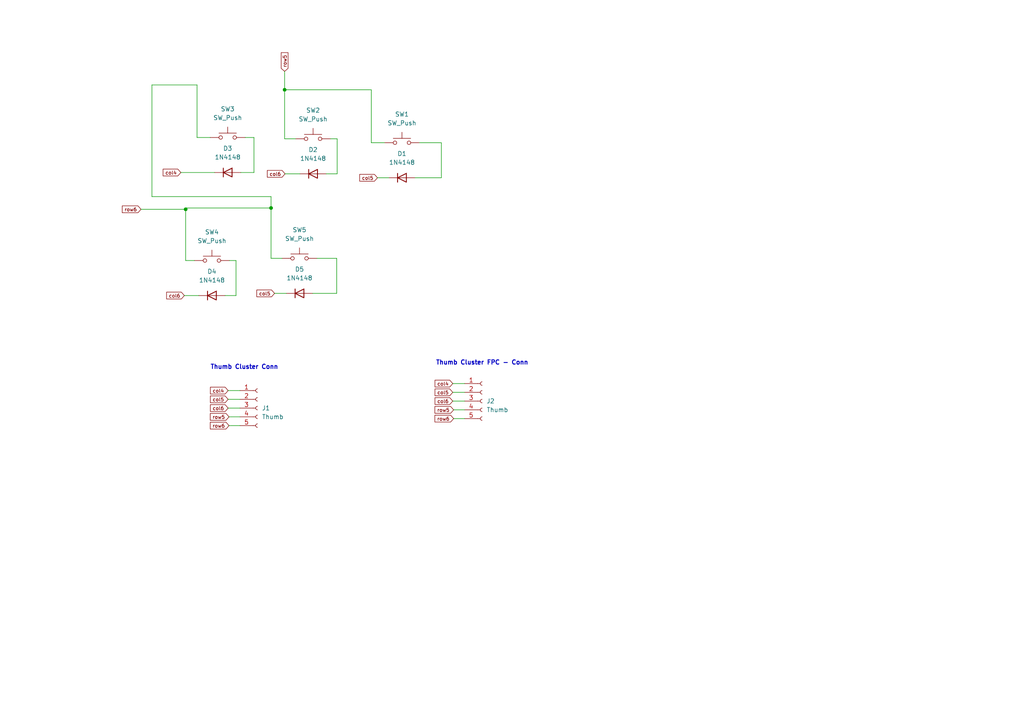
<source format=kicad_sch>
(kicad_sch (version 20230121) (generator eeschema)
  (paper "A4")
  (lib_symbols
    (symbol "Connector:Conn_01x05_Female" (pin_names (offset 1.016) hide)
      (property "Reference" "J" (at 0 7.62 0))
      (property "Value" "Conn_01x05_Female" (at 0 -7.62 0))
      (symbol "Conn_01x05_Female_1_1"
        (arc (start 0 -4.572) (mid -0.5058 -5.08) (end 0 -5.588) (stroke (width 0.1524)))
        (arc (start 0 -2.032) (mid -0.5058 -2.54) (end 0 -3.048) (stroke (width 0.1524)))
        (polyline (pts (xy -1.27 -5.08) (xy -0.508 -5.08)) (stroke (width 0.1524)))
        (polyline (pts (xy -1.27 -2.54) (xy -0.508 -2.54)) (stroke (width 0.1524)))
        (polyline (pts (xy -1.27 0) (xy -0.508 0)) (stroke (width 0.1524)))
        (polyline (pts (xy -1.27 2.54) (xy -0.508 2.54)) (stroke (width 0.1524)))
        (polyline (pts (xy -1.27 5.08) (xy -0.508 5.08)) (stroke (width 0.1524)))
        (arc (start 0 0.508) (mid -0.5058 0) (end 0 -0.508) (stroke (width 0.1524)))
        (arc (start 0 3.048) (mid -0.5058 2.54) (end 0 2.032) (stroke (width 0.1524)))
        (arc (start 0 5.588) (mid -0.5058 5.08) (end 0 4.572) (stroke (width 0.1524)))
        (pin passive line (at -5.08 5.08 0) (length 3.81) (name "Pin_1") (number "1"))
        (pin passive line (at -5.08 2.54 0) (length 3.81) (name "Pin_2") (number "2"))
        (pin passive line (at -5.08 0 0) (length 3.81) (name "Pin_3") (number "3"))
        (pin passive line (at -5.08 -2.54 0) (length 3.81) (name "Pin_4") (number "4"))
        (pin passive line (at -5.08 -5.08 0) (length 3.81) (name "Pin_5") (number "5"))
      )
    )
    (symbol "Diode:1N4148" (pin_numbers hide) (pin_names hide)
      (property "Reference" "D" (at 0 2.54 0))
      (property "Value" "1N4148" (at 0 -2.54 0))
      (symbol "1N4148_0_1"
        (polyline (pts (xy -1.27 1.27) (xy -1.27 -1.27)) (stroke (width 0.254)))
        (polyline (pts (xy 1.27 0) (xy -1.27 0)))
        (polyline (pts (xy 1.27 1.27) (xy 1.27 -1.27) (xy -1.27 0) (xy 1.27 1.27)) (stroke (width 0.254)))
      )
      (symbol "1N4148_1_1"
        (pin passive line (at -3.81 0 0) (length 2.54) (name "K") (number "1"))
        (pin passive line (at 3.81 0 180) (length 2.54) (name "A") (number "2"))
      )
    )
    (symbol "Switch:SW_Push" (pin_numbers hide) (pin_names (offset 1.016) hide)
      (property "Reference" "SW" (at 1.27 2.54 0))
      (property "Value" "SW_Push" (at 0 -1.524 0))
      (symbol "SW_Push_0_1"
        (circle (center -2.032 0) (radius 0.508))
        (polyline (pts (xy 0 1.27) (xy 0 3.048)))
        (polyline (pts (xy 2.54 1.27) (xy -2.54 1.27)))
        (circle (center 2.032 0) (radius 0.508))
        (pin passive line (at -5.08 0 0) (length 2.54) (name "1") (number "1"))
        (pin passive line (at 5.08 0 180) (length 2.54) (name "2") (number "2"))
      )
    )
  )
  (junction (at 53.848 60.706))
  (junction (at 78.613 60.325))
  (junction (at 82.55 26.035))
  (wire (pts (xy 53.848 60.325) (xy 78.613 60.325)))
  (wire (pts (xy 66.167 113.284) (xy 69.596 113.284)))
  (wire (pts (xy 57.15 39.878) (xy 57.15 24.638)))
  (wire (pts (xy 131.572 121.412) (xy 134.747 121.412)))
  (wire (pts (xy 53.848 60.325) (xy 53.848 60.706)))
  (wire (pts (xy 71.12 39.878) (xy 73.66 39.878)))
  (wire (pts (xy 131.318 113.792) (xy 134.747 113.792)))
  (wire (pts (xy 68.453 85.725) (xy 65.278 85.725)))
  (wire (pts (xy 79.629 85.09) (xy 83.058 85.09)))
  (wire (pts (xy 121.666 41.402) (xy 128.016 41.402)))
  (wire (pts (xy 53.467 85.725) (xy 57.658 85.725)))
  (wire (pts (xy 131.572 118.872) (xy 134.747 118.872)))
  (wire (pts (xy 131.318 116.332) (xy 134.747 116.332)))
  (wire (pts (xy 128.016 41.402) (xy 128.016 51.562)))
  (wire (pts (xy 81.788 74.93) (xy 78.613 74.93)))
  (wire (pts (xy 97.663 85.09) (xy 90.678 85.09)))
  (wire (pts (xy 109.474 51.562) (xy 112.776 51.562)))
  (wire (pts (xy 73.66 50.038) (xy 69.85 50.038)))
  (wire (pts (xy 78.613 60.325) (xy 78.613 74.93)))
  (wire (pts (xy 57.15 24.638) (xy 44.069 24.638)))
  (wire (pts (xy 82.55 26.035) (xy 82.55 40.259)))
  (wire (pts (xy 107.696 26.035) (xy 107.696 41.402)))
  (wire (pts (xy 131.318 111.252) (xy 134.747 111.252)))
  (wire (pts (xy 97.663 74.93) (xy 97.663 85.09)))
  (wire (pts (xy 91.948 74.93) (xy 97.663 74.93)))
  (wire (pts (xy 66.421 120.904) (xy 69.596 120.904)))
  (wire (pts (xy 66.167 115.824) (xy 69.596 115.824)))
  (wire (pts (xy 111.506 41.402) (xy 107.696 41.402)))
  (wire (pts (xy 60.96 39.878) (xy 57.15 39.878)))
  (wire (pts (xy 107.696 26.035) (xy 82.55 26.035)))
  (wire (pts (xy 73.66 39.878) (xy 73.66 50.038)))
  (wire (pts (xy 85.725 40.259) (xy 82.55 40.259)))
  (wire (pts (xy 52.451 50.038) (xy 62.23 50.038)))
  (wire (pts (xy 40.894 60.706) (xy 53.848 60.706)))
  (wire (pts (xy 82.55 20.701) (xy 82.55 26.035)))
  (wire (pts (xy 128.016 51.562) (xy 120.396 51.562)))
  (wire (pts (xy 95.885 40.259) (xy 97.79 40.259)))
  (wire (pts (xy 66.167 118.364) (xy 69.596 118.364)))
  (wire (pts (xy 66.548 75.565) (xy 68.453 75.565)))
  (wire (pts (xy 68.453 75.565) (xy 68.453 85.725)))
  (wire (pts (xy 66.421 123.444) (xy 69.596 123.444)))
  (wire (pts (xy 53.848 60.706) (xy 53.848 75.565)))
  (wire (pts (xy 78.613 57.023) (xy 78.613 60.325)))
  (wire (pts (xy 82.677 50.419) (xy 86.995 50.419)))
  (wire (pts (xy 56.388 75.565) (xy 53.848 75.565)))
  (wire (pts (xy 97.79 50.419) (xy 94.615 50.419)))
  (wire (pts (xy 44.069 24.638) (xy 44.069 57.023)))
  (wire (pts (xy 97.79 40.259) (xy 97.79 50.419)))
  (wire (pts (xy 44.069 57.023) (xy 78.613 57.023)))
  (text "Thumb Cluster Conn" (at 60.96 107.315 0) (effects (font (size 1.27 1.27) (thickness 0.254) bold) (justify left bottom)))
  (text "Thumb Cluster FPC - Conn" (at 126.365 106.045 0) (effects (font (size 1.27 1.27) (thickness 0.254) bold) (justify left bottom)))
  (global_label "col5" (shape input) (at 66.167 115.824 180) (effects (font (size 1 1))) (property "Intersheetrefs" "${INTERSHEET_REFS}" (effects hide)))
  (global_label "col4" (shape input) (at 52.451 50.038 180) (effects (font (size 1 1))) (property "Intersheetrefs" "${INTERSHEET_REFS}" (effects hide)))
  (global_label "row6" (shape input) (at 66.421 123.444 180) (effects (font (size 1 1))) (property "Intersheetrefs" "${INTERSHEET_REFS}" (effects hide)))
  (global_label "col5" (shape input) (at 131.318 113.792 180) (effects (font (size 1 1))) (property "Intersheetrefs" "${INTERSHEET_REFS}" (effects hide)))
  (global_label "row6" (shape input) (at 131.572 121.412 180) (effects (font (size 1 1))) (property "Intersheetrefs" "${INTERSHEET_REFS}" (effects hide)))
  (global_label "col6" (shape input) (at 53.467 85.725 180) (effects (font (size 1 1))) (property "Intersheetrefs" "${INTERSHEET_REFS}" (effects hide)))
  (global_label "row5" (shape input) (at 66.421 120.904 180) (effects (font (size 1 1))) (property "Intersheetrefs" "${INTERSHEET_REFS}" (effects hide)))
  (global_label "col4" (shape input) (at 131.318 111.252 180) (effects (font (size 1 1))) (property "Intersheetrefs" "${INTERSHEET_REFS}" (effects hide)))
  (global_label "col4" (shape input) (at 66.167 113.284 180) (effects (font (size 1 1))) (property "Intersheetrefs" "${INTERSHEET_REFS}" (effects hide)))
  (global_label "col6" (shape input) (at 131.318 116.332 180) (effects (font (size 1 1))) (property "Intersheetrefs" "${INTERSHEET_REFS}" (effects hide)))
  (global_label "col5" (shape input) (at 79.629 85.09 180) (effects (font (size 1 1))) (property "Intersheetrefs" "${INTERSHEET_REFS}" (effects hide)))
  (global_label "row6" (shape input) (at 40.894 60.706 180) (effects (font (size 1 1))) (property "Intersheetrefs" "${INTERSHEET_REFS}" (effects hide)))
  (global_label "col6" (shape input) (at 82.677 50.419 180) (effects (font (size 1 1))) (property "Intersheetrefs" "${INTERSHEET_REFS}" (effects hide)))
  (global_label "row5" (shape input) (at 131.572 118.872 180) (effects (font (size 1 1))) (property "Intersheetrefs" "${INTERSHEET_REFS}" (effects hide)))
  (global_label "col5" (shape input) (at 109.474 51.562 180) (effects (font (size 1 1))) (property "Intersheetrefs" "${INTERSHEET_REFS}" (effects hide)))
  (global_label "col6" (shape input) (at 66.167 118.364 180) (effects (font (size 1 1))) (property "Intersheetrefs" "${INTERSHEET_REFS}" (effects hide)))
  (global_label "row5" (shape input) (at 82.55 20.701 90) (effects (font (size 1 1))) (property "Intersheetrefs" "${INTERSHEET_REFS}" (effects hide)))
  (symbol (lib_id "Switch:SW_Push") (at 90.805 40.259 0) (unit 1)
    (property "Reference" "SW2" (at 90.805 32.004 0))
    (property "Value" "SW_Push" (at 90.805 34.544 0))
    (property "Footprint" "keyswitches:SW_MX" (effects hide))
  )
  (symbol (lib_id "Switch:SW_Push") (at 66.04 39.878 0) (unit 1)
    (property "Reference" "SW3" (at 66.04 31.623 0))
    (property "Value" "SW_Push" (at 66.04 34.163 0))
    (property "Footprint" "keyswitches:SW_MX" (effects hide))
  )
  (symbol (lib_id "Connector:Conn_01x05_Female") (at 74.676 118.364 0) (unit 1)
    (property "Reference" "J1" (at 75.946 118.3639 0) (effects (justify left)))
    (property "Value" "Thumb" (at 75.946 120.9039 0) (effects (justify left)))
    (property "Footprint" "Connector_PinSocket_2.00mm:PinSocket_1x05_P2.00mm_Vertical" (effects hide))
  )
  (symbol (lib_id "Diode:1N4148") (at 66.04 50.038 0) (unit 1)
    (property "Reference" "D3" (at 66.04 43.053 0))
    (property "Value" "1N4148" (at 66.04 45.593 0))
    (property "Footprint" "diodes_custom:THT-SOD123 - Diode" (effects hide))
    (property "Datasheet" "https://assets.nexperia.com/documents/data-sheet/1N4148_1N4448.pdf" (effects hide))
  )
  (symbol (lib_id "Diode:1N4148") (at 90.805 50.419 0) (unit 1)
    (property "Reference" "D2" (at 90.805 43.434 0))
    (property "Value" "1N4148" (at 90.805 45.974 0))
    (property "Footprint" "diodes_custom:THT-SOD123 - Diode" (effects hide))
    (property "Datasheet" "https://assets.nexperia.com/documents/data-sheet/1N4148_1N4448.pdf" (effects hide))
  )
  (symbol (lib_id "Switch:SW_Push") (at 61.468 75.565 0) (unit 1)
    (property "Reference" "SW4" (at 61.468 67.31 0))
    (property "Value" "SW_Push" (at 61.468 69.85 0))
    (property "Footprint" "keyswitches:SW_MX" (effects hide))
  )
  (symbol (lib_id "Switch:SW_Push") (at 116.586 41.402 0) (unit 1)
    (property "Reference" "SW1" (at 116.586 33.147 0))
    (property "Value" "SW_Push" (at 116.586 35.687 0))
    (property "Footprint" "keyswitches:SW_MX" (effects hide))
  )
  (symbol (lib_id "Connector:Conn_01x05_Female") (at 139.827 116.332 0) (unit 1)
    (property "Reference" "J2" (at 141.097 116.3319 0) (effects (justify left)))
    (property "Value" "Thumb" (at 141.097 118.8719 0) (effects (justify left)))
    (property "Footprint" "Connector_FFC-FPC:Molex_200528-0050_1x05-1MP_P1.00mm_Horizontal" (effects hide))
  )
  (symbol (lib_id "Diode:1N4148") (at 61.468 85.725 0) (unit 1)
    (property "Reference" "D4" (at 61.468 78.74 0))
    (property "Value" "1N4148" (at 61.468 81.28 0))
    (property "Footprint" "diodes_custom:THT-SOD123 - Diode" (effects hide))
    (property "Datasheet" "https://assets.nexperia.com/documents/data-sheet/1N4148_1N4448.pdf" (effects hide))
  )
  (symbol (lib_id "Diode:1N4148") (at 116.586 51.562 0) (unit 1)
    (property "Reference" "D1" (at 116.586 44.577 0))
    (property "Value" "1N4148" (at 116.586 47.117 0))
    (property "Footprint" "diodes_custom:THT-SOD123 - Diode" (effects hide))
    (property "Datasheet" "https://assets.nexperia.com/documents/data-sheet/1N4148_1N4448.pdf" (effects hide))
  )
  (symbol (lib_id "Switch:SW_Push") (at 86.868 74.93 0) (unit 1)
    (property "Reference" "SW5" (at 86.868 66.675 0))
    (property "Value" "SW_Push" (at 86.868 69.215 0))
    (property "Footprint" "keyswitches:SW_MX" (effects hide))
  )
  (symbol (lib_id "Diode:1N4148") (at 86.868 85.09 0) (unit 1)
    (property "Reference" "D5" (at 86.868 78.105 0))
    (property "Value" "1N4148" (at 86.868 80.645 0))
    (property "Footprint" "diodes_custom:THT-SOD123 - Diode" (effects hide))
    (property "Datasheet" "https://assets.nexperia.com/documents/data-sheet/1N4148_1N4448.pdf" (effects hide))
  )
)
</source>
